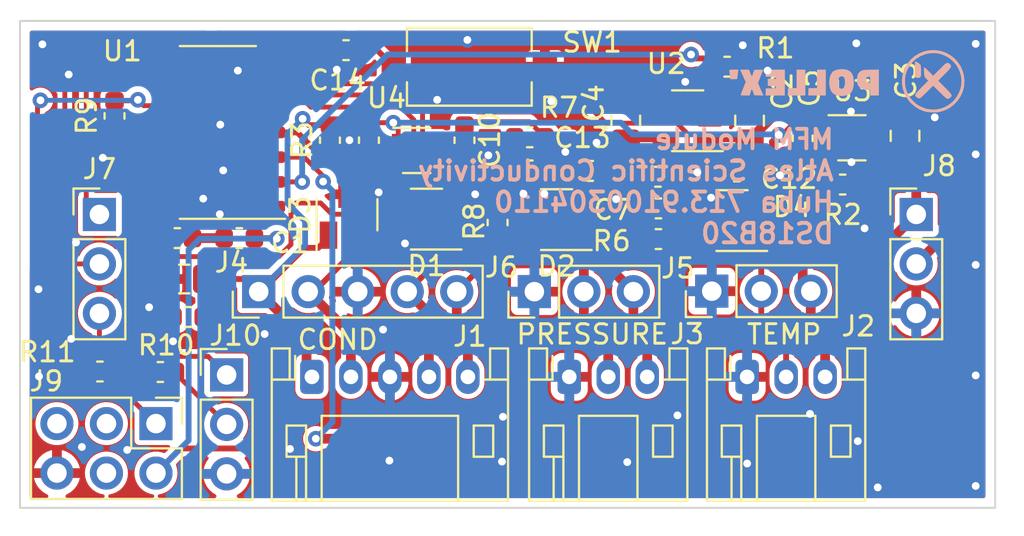
<source format=kicad_pcb>
(kicad_pcb (version 20221018) (generator pcbnew)
  (layers (0 "F.Cu" signal) (31 "B.Cu" signal) (34 "B.Paste" user) (35 "F.Paste" user) (36 "B.SilkS" user "B.Silkscreen") (37 "F.SilkS" user "F.Silkscreen") (38 "B.Mask" user) (39 "F.Mask" user) (44 "Edge.Cuts" user))
  (net 0 "")
  (net 1 "GND")
  (net 2 "+3.3V")
  (net 3 "VBAT")
  (net 4 "+5V_SW")
  (net 5 "+3.3V_SW")
  (net 6 "/TEMPERATURE")
  (net 7 "Net-(U4-B)")
  (net 8 "/nRESET_UPDI")
  (net 9 "/EC_Rx")
  (net 10 "/EC_Tx")
  (net 11 "/PRES_DQ")
  (net 12 "/EC_ON")
  (net 13 "/TEMP_DQ")
  (net 14 "/I2C_SCL")
  (net 15 "/I2C_SDA")
  (net 16 "/SMBALERT")
  (net 20 "/TX_DEBUG")
  (net 21 "/RX_DEBUG")
  (net 22 "/5V_ON")
  (net 23 "/n3V3_ON")
  (net 24 "/PRESSURE")
  (net 25 "/SMB-RX")
  (footprint "Capacitor_SMD:C_0603_1608Metric" (layer "F.Cu") (at 153.075 78.75 180)
    (fp_text reference "R1")
    (fp_text value "4k7" hide)
  )
  (footprint "Capacitor_SMD:C_0805_2012Metric" (layer "F.Cu") (at 154.225 81.525 90)
    (fp_text reference "C2")
    (fp_text value "1uF" hide)
  )
  (footprint "Capacitor_SMD:C_0603_1608Metric" (layer "F.Cu") (at 128.05 87.55)
    (fp_text reference "C1")
    (fp_text value "100nF" hide)
  )
  (footprint "Button_Switch_SMD:SW_Tactile_SPST_NO_Straight_CK_PTS636Sx25SMTRLFS" (layer "F.Cu") (at 139.85 78.75 180)
    (fp_text reference "SW1")
    (fp_text value "PTS636 SM43 SMTR LFS" hide)
  )
  (footprint "Connector_JST:JST_PH_S3B-PH-K_1x03_P2.00mm_Horizontal" (layer "F.Cu") (at 144.975 94.675)
    (fp_text reference "J3")
    (fp_text value "Huba Pressure sensor" hide)
  )
  (footprint "Package_TO_SOT_SMD:SOT-363_SC-70-6" (layer "F.Cu") (at 137.15 83.05)
    (fp_text reference "U4")
    (fp_text value "SN74LVC1T45DCK" hide)
  )
  (footprint "Connector_PinHeader_2.54mm:PinHeader_1x03_P2.54mm_Vertical" (layer "F.Cu") (at 152.285 90.275 90)
    (fp_text reference "J5")
    (fp_text value "Temperature" hide)
  )
  (footprint "Capacitor_SMD:C_0603_1608Metric" (layer "F.Cu") (at 124.875 87.55 180)
    (fp_text reference "R4" hide)
    (fp_text value "10k" hide)
  )
  (footprint "Capacitor_SMD:C_0603_1608Metric" (layer "F.Cu") (at 121.65 81.275 90)
    (fp_text reference "R9")
    (fp_text value "10k" hide)
  )
  (footprint "Package_TO_SOT_SMD:SOT-23-3L" (layer "F.Cu") (at 137.65 86.575 180)
    (fp_text reference "D1")
    (fp_text value "WE 824022" hide)
  )
  (footprint "Package_TO_SOT_SMD:SOT-23-3L" (layer "F.Cu") (at 133.575 86.35 90)
    (fp_text reference "D3")
    (fp_text value "WE 824022" hide)
  )
  (footprint "Capacitor_SMD:C_0603_1608Metric" (layer "F.Cu") (at 142.95 82.375)
    (fp_text reference "R7")
    (fp_text value "NM")
  )
  (footprint "Package_TO_SOT_SMD:SOT-23-5" (layer "F.Cu") (at 151.05 81.525 180)
    (fp_text reference "U2")
    (fp_text value "AP2205-50W5-7" hide)
  )
  (footprint "Capacitor_SMD:C_0603_1608Metric" (layer "F.Cu") (at 120.9 94.4)
    (fp_text reference "R11")
    (fp_text value "0R" hide)
  )
  (footprint "Capacitor_SMD:C_0603_1608Metric" (layer "F.Cu") (at 156.95 82.425 90)
    (fp_text reference "C5")
    (fp_text value "100nF" hide)
  )
  (footprint "Connector_JST:JST_PH_S3B-PH-K_1x03_P2.00mm_Horizontal" (layer "F.Cu") (at 154.1 94.675)
    (fp_text reference "J2")
    (fp_text value "DS18B20" hide)
  )
  (footprint "Capacitor_SMD:C_0603_1608Metric" (layer "F.Cu") (at 149.55 87.6)
    (fp_text reference "R6")
    (fp_text value "0R" hide)
  )
  (footprint "Package_TO_SOT_SMD:SOT-363_SC-70-6" (layer "F.Cu") (at 159.475 82.4)
    (fp_text reference "U3")
    (fp_text value "SiP32432DR3" hide)
  )
  (footprint "Connector_PinHeader_2.54mm:PinHeader_2x03_P2.54mm_Vertical" (layer "F.Cu") (at 123.775 97.075 -90)
    (fp_text reference "J9")
    (fp_text value "UPDI Interface" hide)
  )
  (footprint "Capacitor_SMD:C_0805_2012Metric" (layer "F.Cu") (at 162.2 82.3 90)
    (fp_text reference "C3")
    (fp_text value "1uF" hide)
  )
  (footprint "Capacitor_SMD:C_0603_1608Metric" (layer "F.Cu") (at 124 94.425 180)
    (fp_text reference "R10")
    (fp_text value "0R" hide)
  )
  (footprint "Capacitor_SMD:C_0805_2012Metric" (layer "F.Cu") (at 125.225 89.65)
    (fp_text reference "C8" hide)
    (fp_text value "1uF" hide)
  )
  (footprint "Connector_JST:JST_PH_S5B-PH-K_1x05_P2.00mm_Horizontal" (layer "F.Cu") (at 131.775 94.675)
    (fp_text reference "J1")
    (fp_text value "Atlas Schientific ConductivityKit isolator" hide)
  )
  (footprint "Package_SO:SOIC-14_3.9x8.7mm_P1.27mm" (layer "F.Cu") (at 126.95 82.125 180)
    (fp_text reference "U1")
    (fp_text value "ATtiny1614-SS" hide)
  )
  (footprint "Capacitor_SMD:C_0603_1608Metric" (layer "F.Cu") (at 146.05 84.1)
    (fp_text reference "C13")
    (fp_text value "100nF" hide)
  )
  (footprint "Capacitor_SMD:C_0603_1608Metric" (layer "F.Cu") (at 125.425 91.6)
    (fp_text reference "C9" hide)
    (fp_text value "100nF" hide)
  )
  (footprint "Connector_PinHeader_2.54mm:PinHeader_1x05_P2.54mm_Vertical" (layer "F.Cu") (at 129.045 90.3 90)
    (fp_text reference "J4")
    (fp_text value "Conductivity" hide)
  )
  (footprint "Capacitor_SMD:C_0603_1608Metric" (layer "F.Cu") (at 153.575 84.125)
    (fp_text reference "C12")
    (fp_text value "100nF" hide)
  )
  (footprint "Capacitor_SMD:C_0603_1608Metric" (layer "F.Cu") (at 139.6 82.525 90)
    (fp_text reference "C10")
    (fp_text value "100nF" hide)
  )
  (footprint "Connector_PinHeader_2.54mm:PinHeader_1x03_P2.54mm_Vertical" (layer "F.Cu") (at 162.775 86.335)
    (fp_text reference "J8")
    (fp_text value "MFM Module - Right" hide)
  )
  (footprint "Capacitor_SMD:C_0603_1608Metric" (layer "F.Cu") (at 142.95 84.075)
    (fp_text reference "C11" hide)
    (fp_text value "NM")
  )
  (footprint "Capacitor_SMD:C_0603_1608Metric" (layer "F.Cu") (at 149.55 86.025)
    (fp_text reference "C7")
    (fp_text value "NM")
  )
  (footprint "Capacitor_SMD:C_0603_1608Metric" (layer "F.Cu") (at 134.7 82.525 90)
    (fp_text reference "C6" hide)
    (fp_text value "100nF" hide)
  )
  (footprint "Connector_PinHeader_2.54mm:PinHeader_1x03_P2.54mm_Vertical" (layer "F.Cu") (at 127.4 94.575)
    (fp_text reference "J10")
    (fp_text value "Debug UART" hide)
  )
  (footprint "Connector_PinHeader_2.54mm:PinHeader_1x03_P2.54mm_Vertical" (layer "F.Cu") (at 120.875 86.335)
    (fp_text reference "J7")
    (fp_text value "MFM Module - Left" hide)
  )
  (footprint "Connector_PinHeader_2.54mm:PinHeader_1x03_P2.54mm_Vertical" (layer "F.Cu") (at 143.185 90.3 90)
    (fp_text reference "J6")
    (fp_text value "Huba Pressure" hide)
  )
  (footprint "Capacitor_SMD:C_0603_1608Metric" (layer "F.Cu") (at 132.7 82.525 90)
    (fp_text reference "R3")
    (fp_text value "NM")
  )
  (footprint "Package_TO_SOT_SMD:SOT-23-3L" (layer "F.Cu") (at 153.325 86.65 180)
    (fp_text reference "D4")
    (fp_text value "WE 824022" hide)
  )
  (footprint "Package_TO_SOT_SMD:SOT-23-3L" (layer "F.Cu") (at 144.325 86.6 180)
    (fp_text reference "D2")
    (fp_text value "WE 824022" hide)
  )
  (footprint "Capacitor_SMD:C_0603_1608Metric" (layer "F.Cu") (at 141.3 86.75 90)
    (fp_text reference "R8")
    (fp_text value "0R" hide)
  )
  (footprint "Capacitor_SMD:C_0805_2012Metric" (layer "F.Cu") (at 147.875 81.525 90)
    (fp_text reference "C4")
    (fp_text value "2.2uF" hide)
  )
  (footprint "Capacitor_SMD:C_0603_1608Metric" (layer "F.Cu") (at 159 84.8)
    (fp_text reference "R2")
    (fp_text value "4k7" hide)
  )
  (footprint "Capacitor_SMD:C_0603_1608Metric" (layer "F.Cu") (at 149.525 84.4)
    (fp_text reference "R5" hide)
    (fp_text value "4k7" hide)
  )
  (footprint "Capacitor_SMD:C_0603_1608Metric" (layer "F.Cu") (at 133.525 77.9 180)
    (fp_text reference "C14")
    (fp_text value "4.7nF" hide)
  )
  (footprint "Logos:logo-pollex-15mm" (layer "B.Cu") (at 157.75 79.5 180)
    (fp_text reference "G***" hide)
    (fp_text value "LOGO" hide)
  )
  (gr_rect (start 116.8 76.4) (end 166.825 101.4) (stroke (width 0.1)) (fill none) (layer "Edge.Cuts"))
  (gr_text "MFM Module\nAtlas Scientific Conductivity\nHuba 713.9100304110\nDS18B20" (at 158.65 87.9) (layer "B.SilkS") (effects (font (size 1 1) (thickness 0.2)) (justify left bottom mirror)))
  (gr_text "PRESSURE" (at 142.175 93.075) (layer "F.SilkS") (effects (font (size 1 1)) (justify left bottom)))
  (gr_text "TEMP" (at 154 93.075) (layer "F.SilkS") (effects (font (size 1 1)) (justify left bottom)))
  (gr_text "COND" (at 130.95 93.35) (layer "F.SilkS") (effects (font (size 1 1)) (justify left bottom)))
  (segment (start 136.2 83.05) (end 134.95 83.05) (width 0.3) (layer "F.Cu") (net 1))
  (segment (start 154.4 80.575) (end 155.15 79.825) (width 0.3) (layer "F.Cu") (net 1))
  (segment (start 125.65 87.55) (end 127.275 87.55) (width 0.25) (layer "F.Cu") (net 1))
  (segment (start 157.75 82.4) (end 156.95 83.2) (width 0.3) (layer "F.Cu") (net 1))
  (segment (start 124.66 85.75) (end 124.475 85.935) (width 0.25) (layer "F.Cu") (net 1))
  (segment (start 153.075 81.525) (end 154.025 80.575) (width 0.3) (layer "F.Cu") (net 1))
  (segment (start 125.975 85.75) (end 124.66 85.75) (width 0.25) (layer "F.Cu") (net 1))
  (segment (start 151 79.6) (end 150.925 79.525) (width 0.3) (layer "F.Cu") (net 1))
  (segment (start 155.15 79.825) (end 155.15 78.95) (width 0.3) (layer "F.Cu") (net 1))
  (segment (start 139.35 83.05) (end 139.6 83.3) (width 0.3) (layer "F.Cu") (net 1))
  (segment (start 127.05 86.325) (end 127 86.325) (width 0.25) (layer "F.Cu") (net 1))
  (segment (start 138.1 83.05) (end 139.35 83.05) (width 0.3) (layer "F.Cu") (net 1))
  (segment (start 150.325 86.025) (end 151.55 84.8) (width 0.3) (layer "F.Cu") (net 1))
  (segment (start 133.05 78.2) (end 132.75 77.9) (width 0.3) (layer "F.Cu") (net 1))
  (segment (start 151.25 81.525) (end 151 81.275) (width 0.3) (layer "F.Cu") (net 1))
  (segment (start 134.95 83.05) (end 134.7 83.3) (width 0.3) (layer "F.Cu") (net 1))
  (segment (start 154.225 80.575) (end 154.4 80.575) (width 0.3) (layer "F.Cu") (net 1))
  (segment (start 127 86.325) (end 126.2 85.525) (width 0.25) (layer "F.Cu") (net 1))
  (segment (start 152.275 86.65) (end 150.95 86.65) (width 0.3) (layer "F.Cu") (net 1))
  (segment (start 133.7 82.525) (end 133.925 82.525) (width 0.3) (layer "F.Cu") (net 1))
  (segment (start 139.6 83.3) (end 140.825 83.3) (width 0.3) (layer "F.Cu") (net 1))
  (segment (start 151.55 84.8) (end 151.55 84.175) (width 0.3) (layer "F.Cu") (net 1))
  (segment (start 127.05 87.325) (end 127.05 86.325) (width 0.25) (layer "F.Cu") (net 1))
  (segment (start 152.1875 81.525) (end 153.075 81.525) (width 0.3) (layer "F.Cu") (net 1))
  (segment (start 133.05 78.9005) (end 133.05 78.2) (width 0.3) (layer "F.Cu") (net 1))
  (segment (start 152.1875 81.525) (end 151.25 81.525) (width 0.3) (layer "F.Cu") (net 1))
  (segment (start 158.525 82.4) (end 157.75 82.4) (width 0.3) (layer "F.Cu") (net 1))
  (segment (start 154.025 80.575) (end 154.225 80.575) (width 0.3) (layer "F.Cu") (net 1))
  (segment (start 150.95 86.65) (end 150.325 86.025) (width 0.3) (layer "F.Cu") (net 1))
  (segment (start 133.925 82.525) (end 134.7 83.3) (width 0.3) (layer "F.Cu") (net 1))
  (segment (start 126.2 85.525) (end 125.975 85.75) (width 0.25) (layer "F.Cu") (net 1))
  (segment (start 127.275 87.55) (end 127.05 87.325) (width 0.25) (layer "F.Cu") (net 1))
  (segment (start 151 81.275) (end 151 79.6) (width 0.3) (layer "F.Cu") (net 1))
  (via (at 160.8 100.35) (size 0.8) (drill 0.4) (layers "F.Cu" "B.Cu") (net 1))
  (via (at 140.15 85.3) (size 0.8) (drill 0.4) (layers "F.Cu" "B.Cu") (net 1))
  (via (at 155.775 84.325) (size 0.8) (drill 0.4) (layers "F.Cu" "B.Cu") (net 1))
  (via (at 165.825 88.925) (size 0.8) (drill 0.4) (layers "F.Cu" "B.Cu") (net 1))
  (via (at 152.25 85.475) (size 0.8) (drill 0.4) (layers "F.Cu" "B.Cu") (net 1))
  (via (at 119.675 87.775) (size 0.8) (drill 0.4) (layers "F.Cu" "B.Cu") (net 1))
  (via (at 130.65 98.375) (size 0.8) (drill 0.4) (layers "F.Cu" "B.Cu") (net 1))
  (via (at 133.7 82.525) (size 0.8) (drill 0.4) (layers "F.Cu" "B.Cu") (net 1))
  (via (at 159.425 81.05) (size 0.8) (drill 0.4) (layers "F.Cu" "B.Cu") (net 1))
  (via (at 144.775 83.125) (size 0.8) (drill 0.4) (layers "F.Cu" "B.Cu") (net 1))
  (via (at 147.95 99.05) (size 0.8) (drill 0.4) (layers "F.Cu" "B.Cu") (net 1))
  (via (at 136.55 87.825) (size 0.8) (drill 0.4) (layers "F.Cu" "B.Cu") (net 1))
  (via (at 160.125 87.05) (size 0.8) (drill 0.4) (layers "F.Cu" "B.Cu") (net 1))
  (via (at 119.425 92.725) (size 0.8) (drill 0.4) (layers "F.Cu" "B.Cu") (net 1))
  (via (at 117.95 77.6) (size 0.8) (drill 0.4) (layers "F.Cu" "B.Cu") (net 1))
  (via (at 159.45 83.65) (size 0.8) (drill 0.4) (layers "F.Cu" "B.Cu") (net 1))
  (via (at 129.35 92.475) (size 0.8) (drill 0.4) (layers "F.Cu" "B.Cu") (net 1))
  (via (at 143.7 85.275) (size 0.8) (drill 0.4) (layers "F.Cu" "B.Cu") (net 1))
  (via (at 159.7 77.55) (size 0.8) (drill 0.4) (layers "F.Cu" "B.Cu") (net 1))
  (via (at 127.075 81.725) (size 0.8) (drill 0.4) (layers "F.Cu" "B.Cu") (net 1))
  (via (at 151.55 84.175) (size 0.8) (drill 0.4) (layers "F.Cu" "B.Cu") (net 1))
  (via (at 165.825 94.6) (size 0.8) (drill 0.4) (layers "F.Cu" "B.Cu") (net 1))
  (via (at 139.75 77.375) (size 0.8) (drill 0.4) (layers "F.Cu" "B.Cu") (net 1))
  (via (at 155.15 78.95) (size 0.8) (drill 0.4) (layers "F.Cu" "B.Cu") (net 1))
  (via (at 140.825 83.3) (size 0.8) (drill 0.4) (layers "F.Cu" "B.Cu") (net 1))
  (via (at 147.375 85.55) (size 0.8) (drill 0.4) (layers "F.Cu" "B.Cu") (net 1))
  (via (at 165.825 100.275) (size 0.8) (drill 0.4) (layers "F.Cu" "B.Cu") (net 1))
  (via (at 163.725 81.35) (size 0.8) (drill 0.4) (layers "F.Cu" "B.Cu") (net 1))
  (via (at 141.525 99.025) (size 0.8) (drill 0.4) (layers "F.Cu" "B.Cu") (net 1))
  (via (at 150.525 96.65) (size 0.8) (drill 0.4) (layers "F.Cu" "B.Cu") (net 1))
  (via (at 119.975 98.275) (size 0.8) (drill 0.4) (layers "F.Cu" "B.Cu") (net 1))
  (via (at 165.825 83.25) (size 0.8) (drill 0.4) (layers "F.Cu" "B.Cu") (net 1))
  (via (at 150.925 79.525) (size 0.8) (drill 0.4) (layers "F.Cu" "B.Cu") (net 1))
  (via (at 135.75 98.975) (size 0.8) (drill 0.4) (layers "F.Cu" "B.Cu") (net 1))
  (via (at 123.425 91.1) (size 0.8) (drill 0.4) (layers "F.Cu" "B.Cu") (net 1))
  (via (at 153.875 77.65) (size 0.8) (drill 0.4) (layers "F.Cu" "B.Cu") (net 1))
  (via (at 117.775 94.65) (size 0.8) (drill 0.4) (layers "F.Cu" "B.Cu") (net 1))
  (via (at 126.2 85.525) (size 0.8) (drill 0.4) (layers "F.Cu" "B.Cu") (net 1))
  (via (at 157.325 96.575) (size 0.8) (drill 0.4) (layers "F.Cu" "B.Cu") (net 1))
  (via (at 122.3 98.425) (size 0.8) (drill 0.4) (layers "F.Cu" "B.Cu") (net 1))
  (via (at 124.65 92.85) (size 0.8) (drill 0.4) (layers "F.Cu" "B.Cu") (net 1))
  (via (at 121.05 83.425) (size 0.8) (drill 0.4) (layers "F.Cu" "B.Cu") (net 1))
  (via (at 159.775 97.975) (size 0.8) (drill 0.4) (layers "F.Cu" "B.Cu") (net 1))
  (via (at 133.05 78.9005) (size 0.8) (drill 0.4) (layers "F.Cu" "B.Cu") (net 1))
  (via (at 127.05 86.325) (size 0.8) (drill 0.4) (layers "F.Cu" "B.Cu") (net 1))
  (via (at 144.05 80.525) (size 0.8) (drill 0.4) (layers "F.Cu" "B.Cu") (net 1))
  (via (at 165.825 77.575) (size 0.8) (drill 0.4) (layers "F.Cu" "B.Cu") (net 1))
  (via (at 135.2 85.2) (size 0.8) (drill 0.4) (layers "F.Cu" "B.Cu") (net 1))
  (via (at 127.225 84.075) (size 0.8) (drill 0.4) (layers "F.Cu" "B.Cu") (net 1))
  (via (at 154.1 99.125) (size 0.8) (drill 0.4) (layers "F.Cu" "B.Cu") (net 1))
  (via (at 127.975 78.95) (size 0.8) (drill 0.4) (layers "F.Cu" "B.Cu") (net 1))
  (via (at 117.75 90.175) (size 0.8) (drill 0.4) (layers "F.Cu" "B.Cu") (net 1))
  (via (at 142.625 85.275) (size 0.8) (drill 0.4) (layers "F.Cu" "B.Cu") (net 1))
  (via (at 141.575 96.725) (size 0.8) (drill 0.4) (layers "F.Cu" "B.Cu") (net 1))
  (via (at 138.2 80.45) (size 0.8) (drill 0.4) (layers "F.Cu" "B.Cu") (net 1))
  (via (at 119.3 79.15) (size 0.8) (drill 0.4) (layers "F.Cu" "B.Cu") (net 1))
  (via (at 146.375 82.65) (size 0.8) (drill 0.4) (layers "F.Cu" "B.Cu") (net 1))
  (via (at 135.425 92.25) (size 0.8) (drill 0.4) (layers "F.Cu" "B.Cu") (net 1))
  (segment (start 159.425 100.1) (end 130.675 100.1) (width 0.5) (layer "F.Cu") (net 2))
  (segment (start 161.075 88.035) (end 161.075 98.25) (width 0.5) (layer "F.Cu") (net 2))
  (segment (start 128.675 86.05) (end 128.725 86) (width 0.3) (layer "F.Cu") (net 2))
  (segment (start 128.825 87.55) (end 129.95 87.55) (width 0.3) (layer "F.Cu") (net 2))
  (segment (start 125.04 98.35) (end 123.775 99.615) (width 0.3) (layer "F.Cu") (net 2))
  (segment (start 127.81 85.935) (end 125.975 84.1) (width 0.25) (layer "F.Cu") (net 2))
  (segment (start 159.775 84.8) (end 160.6 83.975) (width 0.3) (layer "F.Cu") (net 2))
  (segment (start 130.675 100.1) (end 129.075 98.5) (width 0.5) (layer "F.Cu") (net 2))
  (segment (start 160.725 83.025) (end 160.6 83.15) (width 0.3) (layer "F.Cu") (net 2))
  (segment (start 122.22 81.48) (end 121.65 82.05) (width 0.25) (layer "F.Cu") (net 2))
  (segment (start 125.975 84.1) (end 125.975 81.978249) (width 0.25) (layer "F.Cu") (net 2))
  (segment (start 162.775 86.335) (end 162.775 83.825) (width 0.5) (layer "F.Cu") (net 2))
  (segment (start 162.775 83.825) (end 162.2 83.25) (width 0.5) (layer "F.Cu") (net 2))
  (segment (start 129.425 85.935) (end 127.81 85.935) (width 0.25) (layer "F.Cu") (net 2))
  (segment (start 128.925 98.35) (end 125.04 98.35) (width 0.3) (layer "F.Cu") (net 2))
  (segment (start 128.825 87.55) (end 128.675 87.4) (width 0.3) (layer "F.Cu") (net 2))
  (segment (start 161.975 83.025) (end 160.725 83.025) (width 0.3) (layer "F.Cu") (net 2))
  (segment (start 129.075 98.5) (end 128.925 98.35) (width 0.3) (layer "F.Cu") (net 2))
  (segment (start 160.6 83.225) (end 160.425 83.05) (width 0.3) (layer "F.Cu") (net 2))
  (segment (start 160.6 83.975) (end 160.6 83.225) (width 0.3) (layer "F.Cu") (net 2))
  (segment (start 161.075 98.45) (end 159.425 100.1) (width 0.5) (layer "F.Cu") (net 2))
  (segment (start 162.775 86.335) (end 161.075 88.035) (width 0.5) (layer "F.Cu") (net 2))
  (segment (start 129.95 87.55) (end 129.975201 87.575201) (width 0.3) (layer "F.Cu") (net 2))
  (segment (start 125.975 81.978249) (end 125.476751 81.48) (width 0.25) (layer "F.Cu") (net 2))
  (segment (start 128.675 87.4) (end 128.675 86.05) (width 0.3) (layer "F.Cu") (net 2))
  (segment (start 161.075 98.25) (end 161.075 98.45) (width 0.5) (layer "F.Cu") (net 2))
  (segment (start 125.476751 81.48) (end 122.22 81.48) (width 0.25) (layer "F.Cu") (net 2))
  (segment (start 162.2 83.25) (end 161.975 83.025) (width 0.3) (layer "F.Cu") (net 2))
  (via (at 129.975201 87.575201) (size 0.8) (drill 0.4) (layers "F.Cu" "B.Cu") (net 2))
  (segment (start 129.975201 87.575201) (end 126.024799 87.575201) (width 0.3) (layer "B.Cu") (net 2))
  (segment (start 125.45 97.94) (end 123.775 99.615) (width 0.3) (layer "B.Cu") (net 2))
  (segment (start 126.024799 87.575201) (end 125.45 88.15) (width 0.3) (layer "B.Cu") (net 2))
  (segment (start 125.45 88.15) (end 125.45 97.94) (width 0.3) (layer "B.Cu") (net 2))
  (segment (start 162.775 88.875) (end 164.825 86.825) (width 0.5) (layer "F.Cu") (net 3))
  (segment (start 154.225 82.475) (end 152.1875 82.475) (width 0.3) (layer "F.Cu") (net 3))
  (segment (start 164.825 86.825) (end 164.825 80.75) (width 0.5) (layer "F.Cu") (net 3))
  (segment (start 156.65 80.075) (end 154.25 82.475) (width 0.5) (layer "F.Cu") (net 3))
  (segment (start 164.15 80.075) (end 156.65 80.075) (width 0.5) (layer "F.Cu") (net 3))
  (segment (start 164.825 80.75) (end 164.15 80.075) (width 0.5) (layer "F.Cu") (net 3))
  (segment (start 154.25 82.475) (end 154.225 82.475) (width 0.5) (layer "F.Cu") (net 3))
  (segment (start 143.725 82.375) (end 143.75 82.35) (width 0.25) (layer "F.Cu") (net 4))
  (segment (start 147.125 83.075) (end 147.125 83.8) (width 0.3) (layer "F.Cu") (net 4))
  (segment (start 145.65 82.875) (end 145.65 82.950305) (width 0.25) (layer "F.Cu") (net 4))
  (segment (start 148.975 94.675) (end 148.975 93.15) (width 0.5) (layer "F.Cu") (net 4))
  (segment (start 147.175 87.2) (end 145.625 85.65) (width 0.5) (layer "F.Cu") (net 4))
  (segment (start 149.9125 82.475) (end 147.875 82.475) (width 0.3) (layer "F.Cu") (net 4))
  (segment (start 147.875 82.475) (end 147.725 82.475) (width 0.3) (layer "F.Cu") (net 4))
  (segment (start 145.65 82.950305) (end 146.799695 84.1) (width 0.25) (layer "F.Cu") (net 4))
  (segment (start 145.625 85.65) (end 145.375 85.65) (width 0.5) (layer "F.Cu") (net 4))
  (segment (start 139.775 81.575) (end 142.925 81.575) (width 0.25) (layer "F.Cu") (net 4))
  (segment (start 146.825 84.275) (end 146.825 84.1) (width 0.3) (layer "F.Cu") (net 4))
  (segment (start 148.265 90.3) (end 147.175 89.21) (width 0.5) (layer "F.Cu") (net 4))
  (segment (start 145.375 85.65) (end 145.45 85.65) (width 0.3) (layer "F.Cu") (net 4))
  (segment (start 146.799695 84.1) (end 146.825 84.1) (width 0.25) (layer "F.Cu") (net 4))
  (segment (start 143.75 82.35) (end 145.125 82.35) (width 0.25) (layer "F.Cu") (net 4))
  (segment (start 142.925 81.575) (end 143.725 82.375) (width 0.25) (layer "F.Cu") (net 4))
  (segment (start 138.95 82.4) (end 139.6 81.75) (width 0.25) (layer "F.Cu") (net 4))
  (segment (start 147.125 83.8) (end 146.825 84.1) (width 0.3) (layer "F.Cu") (net 4))
  (segment (start 139.6 81.75) (end 139.775 81.575) (width 0.25) (layer "F.Cu") (net 4))
  (segment (start 145.125 82.35) (end 145.65 82.875) (width 0.25) (layer "F.Cu") (net 4))
  (segment (start 147.725 82.475) (end 147.125 83.075) (width 0.3) (layer "F.Cu") (net 4))
  (segment (start 148.265 92.44) (end 148.265 90.3) (width 0.5) (layer "F.Cu") (net 4))
  (segment (start 145.45 85.65) (end 146.825 84.275) (width 0.3) (layer "F.Cu") (net 4))
  (segment (start 138.1 82.4) (end 138.95 82.4) (width 0.25) (layer "F.Cu") (net 4))
  (segment (start 148.975 93.15) (end 148.265 92.44) (width 0.5) (layer "F.Cu") (net 4))
  (segment (start 147.175 89.21) (end 147.175 87.2) (width 0.5) (layer "F.Cu") (net 4))
  (segment (start 151.339339 83.25) (end 153.426472 83.25) (width 0.3) (layer "F.Cu") (net 5))
  (segment (start 154.35 84.125) (end 154.35 84.025) (width 0.25) (layer "F.Cu") (net 5))
  (segment (start 158.1 94.675) (end 158.1 92.95) (width 0.5) (layer "F.Cu") (net 5))
  (segment (start 155.725688 82.25) (end 155.375 82.600688) (width 0.3) (layer "F.Cu") (net 5))
  (segment (start 157.05 81.75) (end 158.525 81.75) (width 0.3) (layer "F.Cu") (net 5))
  (segment (start 131.775 94.675) (end 131.5 94.4) (width 0.5) (layer "F.Cu") (net 5))
  (segment (start 156.95 89.86) (end 156.95 86.85) (width 0.5) (layer "F.Cu") (net 5))
  (segment (start 156.725 81.875) (end 156.95 81.65) (width 0.25) (layer "F.Cu") (net 5))
  (segment (start 158.1 92.95) (end 157.365 92.215) (width 0.5) (layer "F.Cu") (net 5))
  (segment (start 134.825 81.625) (end 134.7 81.75) (width 0.25) (layer "F.Cu") (net 5))
  (segment (start 131.5 94.4) (end 131.5 92.755) (width 0.5) (layer "F.Cu") (net 5))
  (segment (start 156.3 81.875) (end 155.925 82.25) (width 0.3) (layer "F.Cu") (net 5))
  (segment (start 131.4 88.05) (end 132.1 88.05) (width 0.3) (layer "F.Cu") (net 5))
  (segment (start 153.426472 83.25) (end 154.301472 84.125) (width 0.3) (layer "F.Cu") (net 5))
  (segment (start 135.95 81.625) (end 134.825 81.625) (width 0.25) (layer "F.Cu") (net 5))
  (segment (start 155.8 85.7) (end 154.375 85.7) (width 0.5) (layer "F.Cu") (net 5))
  (segment (start 156.95 81.65) (end 157.05 81.75) (width 0.3) (layer "F.Cu") (net 5))
  (segment (start 154.301472 84.125) (end 154.35 84.125) (width 0.3) (layer "F.Cu") (net 5))
  (segment (start 136.2 81.875) (end 135.95 81.625) (width 0.25) (layer "F.Cu") (net 5))
  (segment (start 134.375 81.425) (end 134.7 81.75) (width 0.25) (layer "F.Cu") (net 5))
  (segment (start 154.375 85.7) (end 154.625 85.45) (width 0.3) (layer "F.Cu") (net 5))
  (segment (start 126.2 89.675) (end 126.175 89.65) (width 0.3) (layer "F.Cu") (net 5))
  (segment (start 132.1 88.05) (end 132.625 87.525) (width 0.3) (layer "F.Cu") (net 5))
  (segment (start 156.95 86.85) (end 155.8 85.7) (width 0.5) (layer "F.Cu") (net 5))
  (segment (start 154.625 84.4) (end 154.35 84.125) (width 0.3) (layer "F.Cu") (net 5))
  (segment (start 131.625 81.75) (end 132.7 81.75) (width 0.3) (layer "F.Cu") (net 5))
  (segment (start 154.35 83.95) (end 154.35 84.125) (width 0.3) (layer "F.Cu") (net 5))
  (segment (start 133.025 81.425) (end 134.375 81.425) (width 0.25) (layer "F.Cu") (net 5))
  (segment (start 154.625 85.45) (end 154.625 84.4) (width 0.3) (layer "F.Cu") (net 5))
  (segment (start 155.375 82.600688) (end 155.375 82.925) (width 0.3) (layer "F.Cu") (net 5))
  (segment (start 131.5 92.755) (end 129.045 90.3) (width 0.5) (layer "F.Cu") (net 5))
  (segment (start 156.725 81.875) (end 156.3 81.875) (width 0.3) (layer "F.Cu") (net 5))
  (segment (start 129.045 90.3) (end 129.15 90.3) (width 0.3) (layer "F.Cu") (net 5))
  (segment (start 157.365 92.215) (end 157.365 90.275) (width 0.5) (layer "F.Cu") (net 5))
  (segment (start 155.375 82.925) (end 154.35 83.95) (width 0.3) (layer "F.Cu") (net 5))
  (segment (start 129.15 90.3) (end 131.4 88.05) (width 0.3) (layer "F.Cu") (net 5))
  (segment (start 132.7 81.75) (end 133.025 81.425) (width 0.25) (layer "F.Cu") (net 5))
  (segment (start 131.3 81.425) (end 131.625 81.75) (width 0.3) (layer "F.Cu") (net 5))
  (segment (start 150.3 84.289339) (end 151.339339 83.25) (width 0.3) (layer "F.Cu") (net 5))
  (segment (start 150.3 84.4) (end 150.3 84.289339) (width 0.3) (layer "F.Cu") (net 5))
  (segment (start 157.365 90.275) (end 156.95 89.86) (width 0.5) (layer "F.Cu") (net 5))
  (segment (start 126.2 91.6) (end 126.2 89.675) (width 0.3) (layer "F.Cu") (net 5))
  (segment (start 132.625 87.525) (end 132.625 87.4) (width 0.3) (layer "F.Cu") (net 5))
  (segment (start 136.2 82.4) (end 136.2 81.875) (width 0.25) (layer "F.Cu") (net 5))
  (segment (start 155.925 82.25) (end 155.725688 82.25) (width 0.3) (layer "F.Cu") (net 5))
  (segment (start 128.395 89.65) (end 129.045 90.3) (width 0.3) (layer "F.Cu") (net 5))
  (segment (start 126.175 89.65) (end 128.395 89.65) (width 0.3) (layer "F.Cu") (net 5))
  (via (at 135.95 81.625) (size 0.8) (drill 0.4) (layers "F.Cu" "B.Cu") (net 5))
  (via (at 155.725688 82.25) (size 0.8) (drill 0.4) (layers "F.Cu" "B.Cu") (net 5))
  (via (at 131.3 81.425) (size 0.8) (drill 0.4) (layers "F.Cu" "B.Cu") (net 5))
  (segment (start 147.624502 81.625) (end 135.95 81.625) (width 0.3) (layer "B.Cu") (net 5))
  (segment (start 155.725688 82.25) (end 155.700688 82.225) (width 0.3) (layer "B.Cu") (net 5))
  (segment (start 131.3 81.425) (end 130.525 82.2) (width 0.3) (layer "B.Cu") (net 5))
  (segment (start 130.525 85.775) (end 131.425 86.675) (width 0.3) (layer "B.Cu") (net 5))
  (segment (start 131.425 86.675) (end 131.425 87.92) (width 0.3) (layer "B.Cu") (net 5))
  (segment (start 155.700688 82.225) (end 148.224502 82.225) (width 0.3) (layer "B.Cu") (net 5))
  (segment (start 130.525 82.2) (end 130.525 85.775) (width 0.3) (layer "B.Cu") (net 5))
  (segment (start 131.425 87.92) (end 129.045 90.3) (width 0.3) (layer "B.Cu") (net 5))
  (segment (start 148.224502 82.225) (end 147.624502 81.625) (width 0.3) (layer "B.Cu") (net 5))
  (segment (start 129.048249 80.855) (end 129.028249 80.875) (width 0.25) (layer "F.Cu") (net 6))
  (segment (start 148.775 86.025) (end 148.775 87.6) (width 0.25) (layer "F.Cu") (net 6))
  (segment (start 151.025 82.725) (end 150.35 83.4) (width 0.25) (layer "F.Cu") (net 6))
  (segment (start 144.825001 79.625) (end 146.850001 81.65) (width 0.25) (layer "F.Cu") (net 6))
  (segment (start 148.75 86) (end 148.775 86.025) (width 0.25) (layer "F.Cu") (net 6))
  (segment (start 129.425 80.855) (end 129.048249 80.855) (width 0.25) (layer "F.Cu") (net 6))
  (segment (start 151.025 82.175) (end 151.025 82.725) (width 0.25) (layer "F.Cu") (net 6))
  (segment (start 150.5 81.65) (end 151.025 82.175) (width 0.25) (layer "F.Cu") (net 6))
  (segment (start 150.35 83.4) (end 149.75 83.4) (width 0.25) (layer "F.Cu") (net 6))
  (segment (start 148.75 84.4) (end 148.75 86) (width 0.25) (layer "F.Cu") (net 6))
  (segment (start 132.725 79.625) (end 144.825001 79.625) (width 0.25) (layer "F.Cu") (net 6))
  (segment (start 149.75 83.4) (end 148.75 84.4) (width 0.25) (layer "F.Cu") (net 6))
  (segment (start 129.028249 80.875) (end 127.6 80.875) (width 0.25) (layer "F.Cu") (net 6))
  (segment (start 127.6 80.875) (end 127.25 80.525) (width 0.25) (layer "F.Cu") (net 6))
  (segment (start 127.685 77.69) (end 130.79 77.69) (width 0.25) (layer "F.Cu") (net 6))
  (segment (start 127.25 78.125) (end 127.685 77.69) (width 0.25) (layer "F.Cu") (net 6))
  (segment (start 130.79 77.69) (end 132.725 79.625) (width 0.25) (layer "F.Cu") (net 6))
  (segment (start 127.25 80.525) (end 127.25 78.125) (width 0.25) (layer "F.Cu") (net 6))
  (segment (start 146.850001 81.65) (end 150.5 81.65) (width 0.25) (layer "F.Cu") (net 6))
  (segment (start 141.5 84.35) (end 141.9 84.35) (width 0.25) (layer "F.Cu") (net 7))
  (segment (start 142.175 84.075) (end 142.175 82.375) (width 0.25) (layer "F.Cu") (net 7))
  (segment (start 141.55 84.35) (end 141.6 84.35) (width 0.25) (layer "F.Cu") (net 7))
  (segment (start 141.05 84.35) (end 141.5 84.35) (width 0.25) (layer "F.Cu") (net 7))
  (segment (start 141.3 84.6) (end 141.55 84.35) (width 0.25) (layer "F.Cu") (net 7))
  (segment (start 138.1 83.7) (end 138.75 84.35) (width 0.25) (layer "F.Cu") (net 7))
  (segment (start 141.3 84.6) (end 141.05 84.35) (width 0.25) (layer "F.Cu") (net 7))
  (segment (start 141.3 84.35) (end 141.3 84.6) (width 0.25) (layer "F.Cu") (net 7))
  (segment (start 141.9 84.35) (end 142.175 84.075) (width 0.25) (layer "F.Cu") (net 7))
  (segment (start 138.75 84.35) (end 141.3 84.35) (width 0.25) (layer "F.Cu") (net 7))
  (segment (start 141.3 84.6) (end 141.3 85.975) (width 0.25) (layer "F.Cu") (net 7))
  (segment (start 118.55 89.725) (end 118.55 94.077817) (width 0.25) (layer "F.Cu") (net 8))
  (segment (start 126.55 77.45) (end 126.975 77.025) (width 0.25) (layer "F.Cu") (net 8))
  (segment (start 126.975 77.025) (end 133.425 77.025) (width 0.25) (layer "F.Cu") (net 8))
  (segment (start 117.6995 88.8745) (end 118.55 89.725) (width 0.25) (layer "F.Cu") (net 8))
  (segment (start 117.6995 80.6255) (end 117.6995 88.8745) (width 0.25) (layer "F.Cu") (net 8))
  (segment (start 124.475 80.855) (end 125.995 80.855) (width 0.25) (layer "F.Cu") (net 8))
  (segment (start 133.425 77.025) (end 134.3 77.9) (width 0.25) (layer "F.Cu") (net 8))
  (segment (start 117.85 80.475) (end 117.6995 80.6255) (width 0.25) (layer "F.Cu") (net 8))
  (segment (start 134.3 77.9) (end 135.125 77.9) (width 0.3) (layer "F.Cu") (net 8))
  (segment (start 122.85 80.45) (end 123.15 80.75) (width 0.25) (layer "F.Cu") (net 8))
  (segment (start 122.85 80.45) (end 122.8 80.5) (width 0.25) (layer "F.Cu") (net 8))
  (segment (start 119.672183 95.2) (end 121.9 95.2) (width 0.25) (layer "F.Cu") (net 8))
  (segment (start 125.995 80.855) (end 126.55 80.3) (width 0.25) (layer "F.Cu") (net 8))
  (segment (start 121.9 95.2) (end 123.775 97.075) (width 0.25) (layer "F.Cu") (net 8))
  (segment (start 123.15 80.75) (end 124.37 80.75) (width 0.25) (layer "F.Cu") (net 8))
  (segment (start 124.37 80.75) (end 124.475 80.855) (width 0.25) (layer "F.Cu") (net 8))
  (segment (start 118.55 94.077817) (end 119.672183 95.2) (width 0.25) (layer "F.Cu") (net 8))
  (segment (start 135.125 77.9) (end 135.975 78.75) (width 0.3) (layer "F.Cu") (net 8))
  (segment (start 122.8 80.5) (end 121.65 80.5) (width 0.25) (layer "F.Cu") (net 8))
  (segment (start 126.55 80.3) (end 126.55 77.45) (width 0.25) (layer "F.Cu") (net 8))
  (via (at 122.85 80.45) (size 0.8) (drill 0.4) (layers "F.Cu" "B.Cu") (net 8))
  (via (at 117.85 80.475) (size 0.8) (drill 0.4) (layers "F.Cu" "B.Cu") (net 8))
  (segment (start 122.825 80.475) (end 122.85 80.45) (width 0.25) (layer "B.Cu") (net 8))
  (segment (start 117.85 80.475) (end 122.825 80.475) (width 0.25) (layer "B.Cu") (net 8))
  (segment (start 139.775 93.1) (end 139.205 92.53) (width 0.5) (layer "F.Cu") (net 9))
  (segment (start 137.45 80.925) (end 137.45 84.375) (width 0.25) (layer "F.Cu") (net 9))
  (segment (start 137.45 84.375) (end 138.7 85.625) (width 0.25) (layer "F.Cu") (net 9))
  (segment (start 139.205 90.3) (end 140.055 89.45) (width 0.3) (layer "F.Cu") (net 9))
  (segment (start 140.055 86.98) (end 138.7 85.625) (width 0.3) (layer "F.Cu") (net 9))
  (segment (start 129.425 78.315) (end 130.615 78.315) (width 0.25) (layer "F.Cu") (net 9))
  (segment (start 140.055 89.45) (end 140.055 86.98) (width 0.3) (layer "F.Cu") (net 9))
  (segment (start 136.725 80.2) (end 137.45 80.925) (width 0.25) (layer "F.Cu") (net 9))
  (segment (start 139.775 94.675) (end 139.775 93.1) (width 0.5) (layer "F.Cu") (net 9))
  (segment (start 139.205 92.53) (end 139.205 90.3) (width 0.5) (layer "F.Cu") (net 9))
  (segment (start 130.615 78.315) (end 132.5 80.2) (width 0.25) (layer "F.Cu") (net 9))
  (segment (start 132.5 80.2) (end 136.725 80.2) (width 0.25) (layer "F.Cu") (net 9))
  (segment (start 137.675 86.025) (end 137.675 86.5) (width 0.25) (layer "F.Cu") (net 10))
  (segment (start 137 85.35) (end 137.675 86.025) (width 0.25) (layer "F.Cu") (net 10))
  (segment (start 131.725 80.825) (end 136.35 80.825) (width 0.25) (layer "F.Cu") (net 10))
  (segment (start 137.775 94.675) (end 137.775 91.41) (width 0.5) (layer "F.Cu") (net 10))
  (segment (start 137.775 91.41) (end 136.665 90.3) (width 0.5) (layer "F.Cu") (net 10))
  (segment (start 136.665 90.3) (end 137.7 89.265) (width 0.3) (layer "F.Cu") (net 10))
  (segment (start 130.485 79.585) (end 131.725 80.825) (width 0.25) (layer "F.Cu") (net 10))
  (segment (start 137.675 86.5) (end 138.7 87.525) (width 0.25) (layer "F.Cu") (net 10))
  (segment (start 137 81.475) (end 137 85.35) (width 0.25) (layer "F.Cu") (net 10))
  (segment (start 129.425 79.585) (end 130.485 79.585) (width 0.25) (layer "F.Cu") (net 10))
  (segment (start 136.35 80.825) (end 137 81.475) (width 0.25) (layer "F.Cu") (net 10))
  (segment (start 138.575 87.525) (end 138.7 87.525) (width 0.3) (layer "F.Cu") (net 10))
  (segment (start 137.7 89.265) (end 137.7 88.4) (width 0.3) (layer "F.Cu") (net 10))
  (segment (start 137.7 88.4) (end 138.575 87.525) (width 0.3) (layer "F.Cu") (net 10))
  (segment (start 145.725 87.9) (end 145.375 87.55) (width 0.5) (layer "F.Cu") (net 11))
  (segment (start 146.975 94.675) (end 146.975 93.325) (width 0.5) (layer "F.Cu") (net 11))
  (segment (start 145.375 87.55) (end 141.325 87.55) (width 0.3) (layer "F.Cu") (net 11))
  (segment (start 145.725 90.3) (end 145.725 87.9) (width 0.5) (layer "F.Cu") (net 11))
  (segment (start 145.725 92.075) (end 145.725 90.3) (width 0.5) (layer "F.Cu") (net 11))
  (segment (start 146.975 93.325) (end 145.725 92.075) (width 0.5) (layer "F.Cu") (net 11))
  (segment (start 133.775 92.49) (end 131.585 90.3) (width 0.5) (layer "F.Cu") (net 12))
  (segment (start 123.125 86.575) (end 124.1 87.55) (width 0.25) (layer "F.Cu") (net 12))
  (segment (start 124.475 84.665) (end 123.685 84.665) (width 0.25) (layer "F.Cu") (net 12))
  (segment (start 130.95 85.75) (end 130.725 85.975) (width 0.25) (layer "F.Cu") (net 12))
  (segment (start 131.875 90.3) (end 134.525 87.65) (width 0.3) (layer "F.Cu") (net 12))
  (segment (start 132.225 85.75) (end 130.95 85.75) (width 0.25) (layer "F.Cu") (net 12))
  (segment (start 124.975 88.5) (end 124.1 87.625) (width 0.25) (layer "F.Cu") (net 12))
  (segment (start 130.7 86.306751) (end 130.7 87.875) (width 0.25) (layer "F.Cu") (net 12))
  (segment (start 134.525 87.4) (end 134.525 87.25) (width 0.25) (layer "F.Cu") (net 12))
  (segment (start 133.775 94.675) (end 133.775 92.49) (width 0.5) (layer "F.Cu") (net 12))
  (segment (start 132.8 86.325) (end 132.225 85.75) (width 0.25) (layer "F.Cu") (net 12))
  (segment (start 130.075 88.5) (end 124.975 88.5) (width 0.25) (layer "F.Cu") (net 12))
  (segment (start 130.7 87.875) (end 130.075 88.5) (width 0.25) (layer "F.Cu") (net 12))
  (segment (start 130.725 86.281751) (end 130.7 86.306751) (width 0.25) (layer "F.Cu") (net 12))
  (segment (start 134.525 87.65) (end 134.525 87.4) (width 0.3) (layer "F.Cu") (net 12))
  (segment (start 131.585 90.3) (end 131.875 90.3) (width 0.3) (layer "F.Cu") (net 12))
  (segment (start 124.1 87.625) (end 124.1 87.55) (width 0.25) (layer "F.Cu") (net 12))
  (segment (start 133.6 86.325) (end 132.8 86.325) (width 0.25) (layer "F.Cu") (net 12))
  (segment (start 134.525 87.25) (end 133.6 86.325) (width 0.25) (layer "F.Cu") (net 12))
  (segment (start 130.725 85.975) (end 130.725 86.281751) (width 0.25) (layer "F.Cu") (net 12))
  (segment (start 123.125 85.225) (end 123.125 86.575) (width 0.25) (layer "F.Cu") (net 12))
  (segment (start 123.685 84.665) (end 123.125 85.225) (width 0.25) (layer "F.Cu") (net 12))
  (segment (start 156.1 94.675) (end 156.1 93.025) (width 0.3) (layer "F.Cu") (net 13))
  (segment (start 154.825 90.275) (end 154.825 88.05) (width 0.3) (layer "F.Cu") (net 13))
  (segment (start 154.825 88.05) (end 154.375 87.6) (width 0.3) (layer "F.Cu") (net 13))
  (segment (start 154.375 87.6) (end 150.325 87.6) (width 0.25) (layer "F.Cu") (net 13))
  (segment (start 154.825 91.75) (end 154.825 90.275) (width 0.3) (layer "F.Cu") (net 13))
  (segment (start 156.1 93.025) (end 154.825 91.75) (width 0.3) (layer "F.Cu") (net 13))
  (segment (start 120.875 86.335) (end 120.2 85.66) (width 0.25) (layer "F.Cu") (net 14))
  (segment (start 120.475 79.375) (end 124.265 79.375) (width 0.25) (layer "F.Cu") (net 14))
  (segment (start 120.2 85.66) (end 120.2 79.65) (width 0.25) (layer "F.Cu") (net 14))
  (segment (start 120.2 79.65) (end 120.475 79.375) (width 0.25) (layer "F.Cu") (net 14))
  (segment (start 124.265 79.375) (end 124.475 79.585) (width 0.25) (layer "F.Cu") (net 14))
  (segment (start 119.01 78.315) (end 118.575 78.75) (width 0.25) (layer "F.Cu") (net 15))
  (segment (start 118.575 79.45) (end 119.1 79.975) (width 0.25) (layer "F.Cu") (net 15))
  (segment (start 118.95 88.3) (end 119.525 88.875) (width 0.25) (layer "F.Cu") (net 15))
  (segment (start 118.575 78.75) (end 118.575 79.45) (width 0.25) (layer "F.Cu") (net 15))
  (segment (start 119.1 87.324695) (end 118.95 87.474695) (width 0.25) (layer "F.Cu") (net 15))
  (segment (start 124.475 78.315) (end 119.01 78.315) (width 0.25) (layer "F.Cu") (net 15))
  (segment (start 119.525 88.875) (end 120.875 88.875) (width 0.25) (layer "F.Cu") (net 15))
  (segment (start 119.1 79.975) (end 119.1 87.324695) (width 0.25) (layer "F.Cu") (net 15))
  (segment (start 118.95 87.474695) (end 118.95 88.3) (width 0.25) (layer "F.Cu") (net 15))
  (segment (start 120.125 94.4) (end 120.875 93.65) (width 0.25) (layer "F.Cu") (net 16))
  (segment (start 120.875 93.65) (end 120.875 91.415) (width 0.25) (layer "F.Cu") (net 16))
  (segment (start 123.35 93) (end 123.975 93.625) (width 0.25) (layer "F.Cu") (net 20))
  (segment (start 124.475 83.395) (end 123.155 83.395) (width 0.25) (layer "F.Cu") (net 20))
  (segment (start 126.45 93.625) (end 127.4 94.575) (width 0.25) (layer "F.Cu") (net 20))
  (segment (start 122.65 83.9) (end 122.65 92.288604) (width 0.25) (layer "F.Cu") (net 20))
  (segment (start 122.65 92.288604) (end 123.35 92.988604) (width 0.25) (layer "F.Cu") (net 20))
  (segment (start 123.155 83.395) (end 122.65 83.9) (width 0.25) (layer "F.Cu") (net 20))
  (segment (start 123.975 93.625) (end 126.45 93.625) (width 0.25) (layer "F.Cu") (net 20))
  (segment (start 123.35 92.988604) (end 123.35 93) (width 0.25) (layer "F.Cu") (net 20))
  (segment (start 124.775 94.425) (end 124.775 94.49) (width 0.25) (layer "F.Cu") (net 21))
  (segment (start 124.775 94.49) (end 127.4 97.115) (width 0.25) (layer "F.Cu") (net 21))
  (segment (start 151.425 78.325) (end 151.875 78.325) (width 0.3) (layer "F.Cu") (net 22))
  (segment (start 151.225 78.125) (end 151.425 78.325) (width 0.3) (layer "F.Cu") (net 22))
  (segment (start 131.2745 84.665) (end 129.425 84.665) (width 0.25) (layer "F.Cu") (net 22))
  (segment (start 151.875 78.325) (end 152.3 78.75) (width 0.3) (layer "F.Cu") (net 22))
  (segment (start 152.1875 80.575) (end 152.1875 78.8625) (width 0.3) (layer "F.Cu") (net 22))
  (segment (start 152.1875 78.8625) (end 152.3 78.75) (width 0.3) (layer "F.Cu") (net 22))
  (via (at 131.2745 84.665) (size 0.8) (drill 0.4) (layers "F.Cu" "B.Cu") (net 22))
  (via (at 151.225 78.125) (size 0.8) (drill 0.4) (layers "F.Cu" "B.Cu") (net 22))
  (segment (start 135.660661 78.125) (end 131.2745 82.511161) (width 0.3) (layer "B.Cu") (net 22))
  (segment (start 131.2745 82.511161) (end 131.2745 84.665) (width 0.3) (layer "B.Cu") (net 22))
  (segment (start 151.225 78.125) (end 135.660661 78.125) (width 0.3) (layer "B.Cu") (net 22))
  (segment (start 158.225 87.1) (end 159.65 88.525) (width 0.5) (layer "F.Cu") (net 23))
  (segment (start 131.37803 83.395) (end 129.425 83.395) (width 0.25) (layer "F.Cu") (net 23))
  (segment (start 158.225 84.8) (end 158.225 83.35) (width 0.3) (layer "F.Cu") (net 23))
  (segment (start 159.65 96.15) (end 157.95 97.85) (width 0.5) (layer "F.Cu") (net 23))
  (segment (start 158.225 83.35) (end 158.525 83.05) (width 0.3) (layer "F.Cu") (net 23))
  (segment (start 159.65 88.525) (end 159.65 96.15) (width 0.5) (layer "F.Cu") (net 23))
  (segment (start 132.35 84.65) (end 132.35 84.36697) (width 0.25) (layer "F.Cu") (net 23))
  (segment (start 157.95 97.85) (end 131.975 97.85) (width 0.5) (layer "F.Cu") (net 23))
  (segment (start 132.35 84.36697) (end 131.37803 83.395) (width 0.25) (layer "F.Cu") (net 23))
  (segment (start 158.225 84.8) (end 158.225 87.1) (width 0.5) (layer "F.Cu") (net 23))
  (via (at 132.35 84.65) (size 0.8) (drill 0.4) (layers "F.Cu" "B.Cu") (net 23))
  (via (at 131.975 97.85) (size 0.8) (drill 0.4) (layers "F.Cu" "B.Cu") (net 23))
  (segment (start 132.35 84.65) (end 132.825 85.125) (width 0.3) (layer "B.Cu") (net 23))
  (segment (start 132.825 97) (end 131.975 97.85) (width 0.3) (layer "B.Cu") (net 23))
  (segment (start 132.825 85.125) (end 132.825 97) (width 0.3) (layer "B.Cu") (net 23))
  (segment (start 131.9 83) (end 132.4 83) (width 0.3) (layer "F.Cu") (net 24))
  (segment (start 132.4 83) (end 132.7 83.3) (width 0.3) (layer "F.Cu") (net 24))
  (segment (start 133.475 84.075) (end 132.7 83.3) (width 0.25) (layer "F.Cu") (net 24))
  (segment (start 135.825 84.075) (end 133.475 84.075) (width 0.25) (layer "F.Cu") (net 24))
  (segment (start 136.2 83.7) (end 135.825 84.075) (width 0.25) (layer "F.Cu") (net 24))
  (segment (start 131.025 82.125) (end 131.9 83) (width 0.3) (layer "F.Cu") (net 24))
  (segment (start 129.425 82.125) (end 131.025 82.125) (width 0.3) (layer "F.Cu") (net 24))
  (segment (start 124.475 82.125) (end 123.2 82.125) (width 0.25) (layer "F.Cu") (net 25))
  (segment (start 122.2 83.125) (end 122.2 92.475) (width 0.25) (layer "F.Cu") (net 25))
  (segment (start 122.9 93.925) (end 122.9 94.1) (width 0.25) (layer "F.Cu") (net 25))
  (segment (start 122.9 94.1) (end 122.675 94.1) (width 0.3) (layer "F.Cu") (net 25))
  (segment (start 122.675 94.1) (end 122.85 93.925) (width 0.25) (layer "F.Cu") (net 25))
  (segment (start 122.85 93.925) (end 122.9 93.925) (width 0.25) (layer "F.Cu") (net 25))
  (segment (start 122.675 94.1) (end 121.975 94.1) (width 0.3) (layer "F.Cu") (net 25))
  (segment (start 122.9 93.175) (end 122.9 93.925) (width 0.25) (layer "F.Cu") (net 25))
  (segment (start 123.2 82.125) (end 122.2 83.125) (width 0.25) (layer "F.Cu") (net 25))
  (segment (start 121.975 94.1) (end 121.675 94.4) (width 0.3) (layer "F.Cu") (net 25))
  (segment (start 122.9 94.1) (end 123.225 94.425) (width 0.25) (layer "F.Cu") (net 25))
  (segment (start 122.2 92.475) (end 122.9 93.175) (width 0.25) (layer "F.Cu") (net 25))
  (zone (net 1) (net_name "GND") (layer "F.Cu") (connect_pads (clearance 0.25)) (min_thickness 0.2) (fill yes (thermal_gap 0.35) (thermal_bridge_width 0.5))
    (polygon (pts (xy 115.775 75.325) (xy 168.325 75.325) (xy 168.325 102.85) (xy 115.775 102.825)))
  )
  (zone (net 1) (net_name "GND") (layer "B.Cu") (connect_pads (clearance 0.3)) (min_thickness 0.3) (fill yes (thermal_gap 0.5) (thermal_bridge_width 0.5))
    (polygon (pts (xy 115.775 75.325) (xy 168.325 75.325) (xy 168.325 102.85) (xy 115.775 102.825)))
  )
)
</source>
